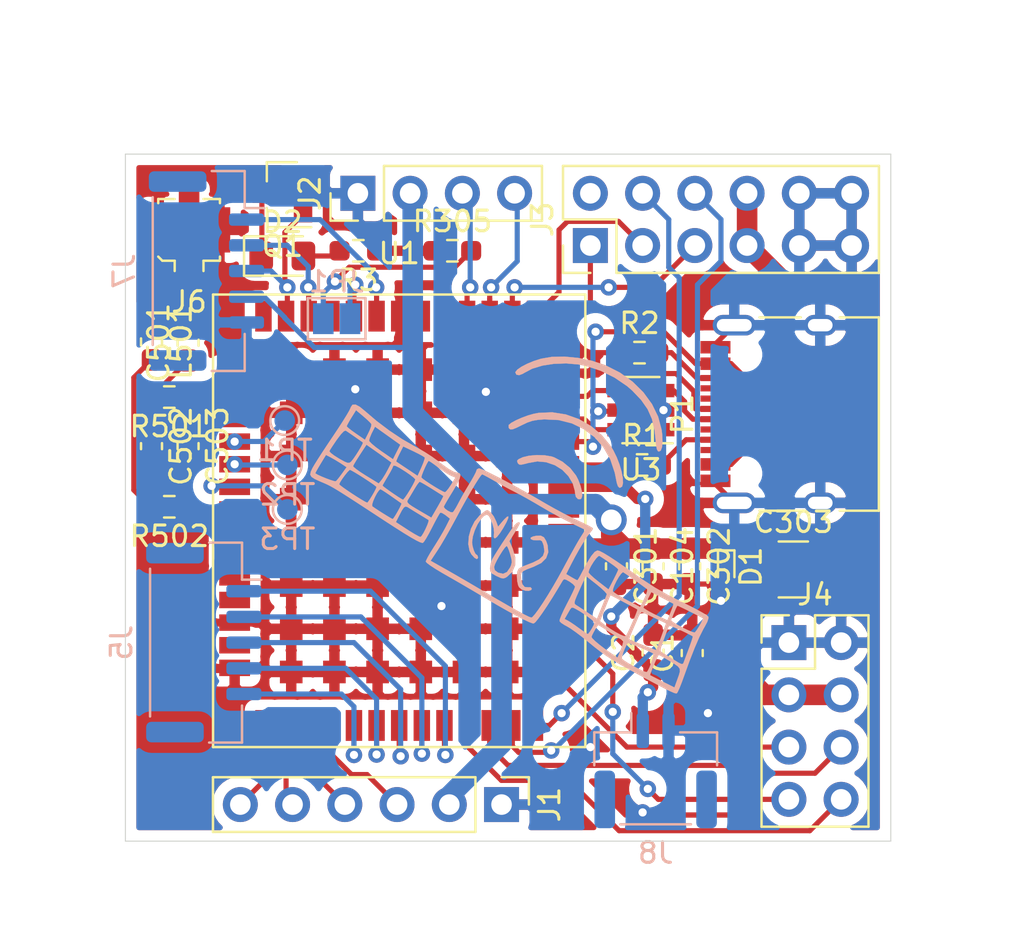
<source format=kicad_pcb>
(kicad_pcb (version 20211014) (generator pcbnew)
  (layers (0 "F.Cu" signal) (31 "B.Cu" signal) (34 "B.Paste" user) (35 "F.Paste" user) (36 "B.SilkS" user "B.Silkscreen") (37 "F.SilkS" user "F.Silkscreen") (38 "B.Mask" user) (39 "F.Mask" user) (44 "Edge.Cuts" user))
  (net 0 "")
  (net 1 "GND")
  (net 2 "VCC")
  (net 3 "Net-(C501-Pad2)")
  (net 4 "Net-(C501-Pad1)")
  (net 5 "/RF_in")
  (net 6 "Net-(D2-Pad2)")
  (net 7 "Net-(D2-Pad1)")
  (net 8 "/SPI_CLK")
  (net 9 "/SPI_MOSI")
  (net 10 "/SPI_MISO")
  (net 11 "/SPI_CS")
  (net 12 "/I2C_SDA")
  (net 13 "/I2C_SCL")
  (net 14 "/UART2_TX")
  (net 15 "/UART2_RX")
  (net 16 "/UART1_RX")
  (net 17 "/UART1_TX")
  (net 18 "/UART1_Ready")
  (net 19 "/CAN2_RX")
  (net 20 "/CAN2_TX")
  (net 21 "/CAN1_TX")
  (net 22 "/CAN1_RX")
  (net 23 "/RTK_ind")
  (net 24 "/Wheel_Tick")
  (net 25 "/FWD")
  (net 26 "/WI")
  (net 27 "Net-(JP1-Pad1)")
  (net 28 "Net-(JP1-Pad2)")
  (net 29 "Net-(L501-Pad2)")
  (net 30 "/USB_VBUS")
  (net 31 "Net-(P1-PadA5)")
  (net 32 "/USB_DM")
  (net 33 "Net-(P1-PadB5)")
  (net 34 "/VCC_RF")
  (net 35 "Net-(TP1-Pad1)")
  (net 36 "Net-(TP2-Pad1)")
  (net 37 "Net-(TP3-Pad1)")
  (net 38 "Net-(U1-Pad10)")
  (net 39 "/PPS")
  (net 40 "/Wake_up")
  (net 41 "/Reset_N")
  (net 42 "/USB_DP")
  (net 43 "/V_Backup")
  (net 44 "/GeoFence")
  (net 45 "Net-(J3-Pad2)")
  (footprint "Capacitor_SMD:C_0603_1608Metric_Pad1.08x0.95mm_HandSolder" (layer "F.Cu") (at 133.35 109.8285 -90)
    (fp_text reference "C104")
    (fp_text value "100nF")
  )
  (footprint "Capacitor_SMD:C_0603_1608Metric_Pad1.08x0.95mm_HandSolder" (layer "F.Cu") (at 131.572 109.8285 -90)
    (fp_text reference "C301")
    (fp_text value "1nF")
  )
  (footprint "Capacitor_SMD:C_0603_1608Metric_Pad1.08x0.95mm_HandSolder" (layer "F.Cu") (at 135.128 109.8285 -90)
    (fp_text reference "C302")
    (fp_text value "100nF")
  )
  (footprint "Capacitor_SMD:C_1210_3225Metric_Pad1.33x2.70mm_HandSolder" (layer "F.Cu") (at 140.1695 109.982)
    (fp_text reference "C303")
    (fp_text value "100uF")
  )
  (footprint "Capacitor_SMD:C_0603_1608Metric_Pad1.08x0.95mm_HandSolder" (layer "F.Cu") (at 108.966 103.9865 -90)
    (fp_text reference "C502")
    (fp_text value "DNP")
  )
  (footprint "Capacitor_SMD:C_0603_1608Metric_Pad1.08x0.95mm_HandSolder" (layer "F.Cu") (at 110.744 103.9865 -90)
    (fp_text reference "C503")
    (fp_text value "DNP")
  )
  (footprint "Connector_PinHeader_2.54mm:PinHeader_1x06_P2.54mm_Vertical" (layer "F.Cu") (at 125.984 121.412 -90)
    (fp_text reference "J1")
    (fp_text value "Conn_01x06")
  )
  (footprint "Connector_PinHeader_2.54mm:PinHeader_1x04_P2.54mm_Vertical" (layer "F.Cu") (at 118.999 91.694 90)
    (fp_text reference "J2")
    (fp_text value "Conn_01x04")
  )
  (footprint "Connector_Coaxial:U.FL_Molex_MCRF_73412-0110_Vertical" (layer "F.Cu") (at 110.793 93.472)
    (fp_text reference "J6")
    (fp_text value "Conn_Coaxial")
  )
  (footprint "Inductor_SMD:L_0603_1608Metric_Pad1.05x0.95mm_HandSolder" (layer "F.Cu") (at 108.966 98.919 -90)
    (fp_text reference "L501")
    (fp_text value "68nH")
  )
  (footprint "Connector_USB:USB_C_Receptacle_HRO_TYPE-C-31-M-12" (layer "F.Cu") (at 140.428 102.4255 90)
    (fp_text reference "P1")
    (fp_text value "USB_C_Plug_USB2.0")
  )
  (footprint "Resistor_SMD:R_0603_1608Metric_Pad0.98x0.95mm_HandSolder" (layer "F.Cu") (at 132.6915 99.441)
    (fp_text reference "R2")
    (fp_text value "5.1k")
  )
  (footprint "Resistor_SMD:R_0603_1608Metric_Pad0.98x0.95mm_HandSolder" (layer "F.Cu") (at 123.5945 94.488)
    (fp_text reference "R305")
    (fp_text value "1k")
  )
  (footprint "Resistor_SMD:R_0603_1608Metric_Pad0.98x0.95mm_HandSolder" (layer "F.Cu") (at 109.8315 101.6 180)
    (fp_text reference "R501")
    (fp_text value "0R")
  )
  (footprint "Resistor_SMD:R_0603_1608Metric_Pad0.98x0.95mm_HandSolder" (layer "F.Cu") (at 109.8315 106.934 180)
    (fp_text reference "R502")
    (fp_text value "10R")
  )
  (footprint "quectel:LG69T" (layer "F.Cu") (at 121.008 107.616)
    (fp_text reference "U1")
    (fp_text value "LG69T")
  )
  (footprint "Package_TO_SOT_SMD:SOT-23-6" (layer "F.Cu") (at 132.758 102.235 180)
    (fp_text reference "U3")
    (fp_text value "USBLC6-2SC6")
  )
  (footprint "Resistor_SMD:R_0603_1608Metric_Pad0.98x0.95mm_HandSolder" (layer "F.Cu") (at 132.8185 104.902)
    (fp_text reference "R1")
    (fp_text value "5.1k")
  )
  (footprint "Capacitor_SMD:C_0603_1608Metric_Pad1.08x0.95mm_HandSolder" (layer "F.Cu") (at 110.744 98.9595 90)
    (fp_text reference "C501")
    (fp_text value "100pF")
  )
  (footprint "Resistor_SMD:R_0603_1608Metric_Pad0.98x0.95mm_HandSolder" (layer "F.Cu") (at 119.0225 94.488 180)
    (fp_text reference "R3")
    (fp_text value "1k")
  )
  (footprint "LED_SMD:LED_0805_2012Metric_Pad1.15x1.40mm_HandSolder" (layer "F.Cu") (at 115.325 94.742)
    (fp_text reference "D2")
    (fp_text value "LED")
  )
  (footprint "Connector_PinHeader_2.54mm:PinHeader_2x06_P2.54mm_Vertical" (layer "F.Cu") (at 130.302 94.234 90)
    (fp_text reference "J3")
    (fp_text value "Conn_02x06_Odd_Even")
  )
  (footprint "Connector_PinHeader_2.54mm:PinHeader_2x04_P2.54mm_Vertical" (layer "F.Cu") (at 139.954 113.538)
    (fp_text reference "J4")
    (fp_text value "Conn_02x04_Odd_Even")
  )
  (footprint "Package_TO_SOT_SMD:SOT-23" (layer "F.Cu") (at 115.332 91.76 180)
    (fp_text reference "Q1")
    (fp_text value "DTC143Z")
  )
  (footprint "Diode_SMD:D_SOD-923" (layer "F.Cu") (at 136.906 109.855 -90)
    (fp_text reference "D1")
    (fp_text value "DIAC")
  )
  (footprint "Capacitor_SMD:C_0603_1608Metric_Pad1.08x0.95mm_HandSolder" (layer "F.Cu") (at 135.255 114.046 90)
    (fp_text reference "C1")
    (fp_text value "4.7uF")
  )
  (footprint "Capacitor_SMD:C_0603_1608Metric_Pad1.08x0.95mm_HandSolder" (layer "F.Cu") (at 133.35 114.0195 90)
    (fp_text reference "C2")
    (fp_text value "100nF")
  )
  (footprint "Jumper:SolderJumper-2_P1.3mm_Open_Pad1.0x1.5mm" (layer "B.Cu") (at 117.968 97.79 180)
    (fp_text reference "JP1")
    (fp_text value "Jumper")
  )
  (footprint "TestPoint:TestPoint_Pad_D1.0mm" (layer "B.Cu") (at 115.443 102.743)
    (fp_text reference "TP1")
    (fp_text value "TestPoint")
  )
  (footprint "TestPoint:TestPoint_Pad_D1.0mm" (layer "B.Cu") (at 115.57 104.902)
    (fp_text reference "TP2")
    (fp_text value "TestPoint")
  )
  (footprint "TestPoint:TestPoint_Pad_D1.0mm" (layer "B.Cu") (at 115.57 107.061)
    (fp_text reference "TP3")
    (fp_text value "TestPoint")
  )
  (footprint "Connector_JST:JST_GH_BM05B-GHS-TBT_1x05-1MP_P1.25mm_Vertical" (layer "B.Cu") (at 111.506 113.538 -90)
    (fp_text reference "J5")
    (fp_text value "Conn_01x05_Male")
  )
  (footprint "Connector_JST:JST_GH_BM05B-GHS-TBT_1x05-1MP_P1.25mm_Vertical" (layer "B.Cu") (at 111.636 95.472 -90)
    (fp_text reference "J7")
    (fp_text value "Conn_01x05_Male")
  )
  (footprint "quectel:logo" (layer "B.Cu") (at 126.365 107.823)
    (fp_text reference "G***" hide)
    (fp_text value "LOGO" hide)
  )
  (footprint "Connector_JST:JST_GH_BM02B-GHS-TBT_1x02-1MP_P1.25mm_Vertical" (layer "B.Cu") (at 133.477 119.761)
    (fp_text reference "J8")
    (fp_text value "Conn_01x02")
  )
  (gr_line (start 107.696 123.19) (end 107.696 89.789) (layer "Edge.Cuts") (width 0.05))
  (gr_line (start 144.907 123.19) (end 107.696 123.19) (layer "Edge.Cuts") (width 0.05))
  (gr_line (start 144.907 89.789) (end 144.907 123.19) (layer "Edge.Cuts") (width 0.05))
  (gr_line (start 107.696 89.789) (end 144.907 89.789) (layer "Edge.Cuts") (width 0.05))
  (segment (start 119.005 101.219) (end 119.958 100.266) (width 0.25) (layer "F.Cu") (net 1))
  (segment (start 111.717 103.321998) (end 112.372998 102.666) (width 0.25) (layer "F.Cu") (net 1))
  (segment (start 131.906 104.902) (end 129.044 104.902) (width 0.25) (layer "F.Cu") (net 1))
  (segment (start 110.744 104.849) (end 111.219 104.849) (width 0.25) (layer "F.Cu") (net 1))
  (segment (start 136.383 99.0205) (end 137.298 98.1055) (width 0.25) (layer "F.Cu") (net 1))
  (segment (start 135.128 110.691) (end 136.49 110.691) (width 0.25) (layer "F.Cu") (net 1))
  (segment (start 115.758 108.666) (end 115.758 106.566) (width 0.25) (layer "F.Cu") (net 1))
  (segment (start 123.164 111.76) (end 124.158 110.766) (width 0.25) (layer "F.Cu") (net 1))
  (segment (start 123.063 111.76) (end 123.164 111.76) (width 0.25) (layer "F.Cu") (net 1))
  (segment (start 136.383 105.6755) (end 136.383 105.8305) (width 0.25) (layer "F.Cu") (net 1))
  (segment (start 136.49 110.691) (end 136.906 110.275) (width 0.25) (layer "F.Cu") (net 1))
  (segment (start 108.966 104.849) (end 110.744 104.849) (width 0.25) (layer "F.Cu") (net 1))
  (segment (start 125.222 101.302) (end 126.258 100.266) (width 0.25) (layer "F.Cu") (net 1))
  (segment (start 111.219 104.849) (end 111.717 104.351) (width 0.25) (layer "F.Cu") (net 1))
  (segment (start 129.044 104.902) (end 129.008 104.866) (width 0.25) (layer "F.Cu") (net 1))
  (segment (start 125.222 101.346) (end 125.222 101.302) (width 0.25) (layer "F.Cu") (net 1))
  (segment (start 130.033 99.441) (end 129.008 100.466) (width 0.25) (layer "F.Cu") (net 1))
  (segment (start 111.717 104.351) (end 111.717 103.321998) (width 0.25) (layer "F.Cu") (net 1))
  (segment (start 136.383 105.8305) (end 137.298 106.7455) (width 0.25) (layer "F.Cu") (net 1))
  (segment (start 112.372998 102.666) (end 113.008 102.666) (width 0.25) (layer "F.Cu") (net 1))
  (segment (start 136.383 99.1755) (end 136.383 99.0205) (width 0.25) (layer "F.Cu") (net 1))
  (segment (start 118.872 101.219) (end 119.005 101.219) (width 0.25) (layer "F.Cu") (net 1))
  (segment (start 131.779 99.441) (end 130.033 99.441) (width 0.25) (layer "F.Cu") (net 1))
  (via (at 130.302 118.618) (size 0.8) (drill 0.4) (layers "F.Cu" "B.Cu") (net 1))
  (via (at 136.652 111.506) (size 0.8) (drill 0.4) (layers "F.Cu" "B.Cu") (net 1))
  (via (at 136.017 116.967) (size 0.8) (drill 0.4) (layers "F.Cu" "B.Cu") (net 1))
  (via (at 118.872 101.219) (size 0.8) (drill 0.4) (layers "F.Cu" "B.Cu") (net 1))
  (via (at 125.222 101.346) (size 0.8) (drill 0.4) (layers "F.Cu" "B.Cu") (net 1))
  (via (at 123.063 111.76) (size 0.8) (drill 0.4) (layers "F.Cu" "B.Cu") (net 1))
  (via (at 133.858 102.235) (size 0.8) (drill 0.4) (layers "F.Cu" "B.Cu") (net 1))
  (via (at 132.842 121.793) (size 0.8) (drill 0.4) (layers "F.Cu" "B.Cu") (net 1))
  (segment (start 129.008 108.166) (end 129.008 108.688) (width 0.5) (layer "F.Cu") (net 2))
  (segment (start 131.318 108.331) (end 131.318 107.56898) (width 1) (layer "F.Cu") (net 2))
  (segment (start 131.953 108.966) (end 131.572 108.966) (width 1) (layer "F.Cu") (net 2))
  (segment (start 121.666 94.488) (end 119.935 94.488) (width 0.5) (layer "F.Cu") (net 2))
  (segment (start 129.008 108.688) (end 129.286 108.966) (width 0.5) (layer "F.Cu") (net 2))
  (segment (start 133.35 108.966) (end 131.953 108.966) (width 1) (layer "F.Cu") (net 2))
  (segment (start 137.414 114.740081) (end 137.414 112.649) (width 1) (layer "F.Cu") (net 2))
  (segment (start 139.573 109.016) (end 138.607 109.982) (width 1) (layer "F.Cu") (net 2))
  (segment (start 122.682 94.488) (end 121.666 94.488) (width 0.5) (layer "F.Cu") (net 2))
  (segment (start 139.573 95.885) (end 139.573 109.016) (width 1) (layer "F.Cu") (net 2))
  (segment (start 137.591 108.966) (end 138.607 109.982) (width 1) (layer "F.Cu") (net 2))
  (segment (start 142.494 116.078) (end 139.954 116.078) (width 1) (layer "F.Cu") (net 2))
  (segment (start 139.954 116.078) (end 138.751919 116.078) (width 1) (layer "F.Cu") (net 2))
  (segment (start 135.128 108.966) (end 137.591 108.966) (width 1) (layer "F.Cu") (net 2))
  (segment (start 138.751919 116.078) (end 137.414 114.740081) (width 1) (layer "F.Cu") (net 2))
  (segment (start 131.953 108.966) (end 131.318 108.331) (width 1) (layer "F.Cu") (net 2))
  (segment (start 131.572 108.966) (end 129.286 108.966) (width 1) (layer "F.Cu") (net 2))
  (segment (start 137.922 94.234) (end 139.573 95.885) (width 1) (layer "F.Cu") (net 2))
  (segment (start 137.414 112.649) (end 138.607 111.456) (width 1) (layer "F.Cu") (net 2))
  (segment (start 137.922 91.694) (end 137.922 94.234) (width 1) (layer "F.Cu") (net 2))
  (segment (start 138.607 111.456) (end 138.607 109.982) (width 1) (layer "F.Cu") (net 2))
  (segment (start 121.666 91.694) (end 121.666 94.488) (width 0.5) (layer "F.Cu") (net 2))
  (segment (start 135.128 108.966) (end 133.35 108.966) (width 1) (layer "F.Cu") (net 2))
  (via (at 131.318 107.56898) (size 1.5) (drill 1) (layers "F.Cu" "B.Cu") (net 2))
  (segment (start 123.444 121.412) (end 123.444 120.991998) (width 1) (layer "B.Cu") (net 2))
  (segment (start 115.443 97.729) (end 115.443 97.750002) (width 0.25) (layer "B.Cu") (net 2))
  (segment (start 113.586 96.722) (end 114.436 96.722) (width 0.25) (layer "B.Cu") (net 2))
  (segment (start 114.436 96.722) (end 115.443 97.729) (width 0.25) (layer "B.Cu") (net 2))
  (segment (start 125.984 106.68) (end 125.984 106.807) (width 1) (layer "B.Cu") (net 2))
  (segment (start 116.879998 99.187) (end 121.666 99.187) (width 0.25) (layer "B.Cu") (net 2))
  (segment (start 125.984 106.807) (end 130.55602 106.807) (width 1) (layer "B.Cu") (net 2))
  (segment (start 130.55602 106.807) (end 131.318 107.56898) (width 1) (layer "B.Cu") (net 2))
  (segment (start 123.444 120.991998) (end 125.984 118.451998) (width 1) (layer "B.Cu") (net 2))
  (segment (start 115.443 97.750002) (end 116.879998 99.187) (width 0.25) (layer "B.Cu") (net 2))
  (segment (start 121.666 91.694) (end 121.666 99.187) (width 1) (layer "B.Cu") (net 2))
  (segment (start 121.666 102.362) (end 125.984 106.68) (width 1) (layer "B.Cu") (net 2))
  (segment (start 125.984 118.451998) (end 125.984 106.807) (width 1) (layer "B.Cu") (net 2))
  (segment (start 121.666 99.187) (end 121.666 102.362) (width 1) (layer "B.Cu") (net 2))
  (segment (start 109.019 98.097) (end 108.966 98.044) (width 0.25) (layer "F.Cu") (net 3))
  (segment (start 110.744 98.097) (end 110.744 95.021) (width 0.25) (layer "F.Cu") (net 3))
  (segment (start 110.744 95.021) (end 110.793 94.972) (width 0.25) (layer "F.Cu") (net 3))
  (segment (start 110.744 98.097) (end 109.019 98.097) (width 0.25) (layer "F.Cu") (net 3))
  (segment (start 108.966 101.647) (end 108.919 101.6) (width 0.25) (layer "F.Cu") (net 4))
  (segment (start 108.966 101.6) (end 110.744 99.822) (width 0.25) (layer "F.Cu") (net 4))
  (segment (start 108.966 103.124) (end 108.966 101.647) (width 0.25) (layer "F.Cu") (net 4))
  (segment (start 108.919 101.6) (end 108.966 101.6) (width 0.25) (layer "F.Cu") (net 4))
  (segment (start 110.744 103.124) (end 110.744 101.6) (width 0.25) (layer "F.Cu") (net 5))
  (segment (start 110.778 101.566) (end 110.744 101.6) (width 0.25) (layer "F.Cu") (net 5))
  (segment (start 113.008 101.566) (end 110.778 101.566) (width 0.25) (layer "F.Cu") (net 5))
  (segment (start 116.35 94.742) (end 117.856 94.742) (width 0.25) (layer "F.Cu") (net 6))
  (segment (start 117.856 94.742) (end 118.11 94.488) (width 0.25) (layer "F.Cu") (net 6))
  (segment (start 114.332 94.71) (end 114.3 94.742) (width 0.25) (layer "F.Cu") (net 7))
  (segment (start 114.332 91.76) (end 114.332 94.71) (width 0.25) (layer "F.Cu") (net 7))
  (segment (start 114.408 120.288) (end 113.284 121.412) (width 0.25) (layer "F.Cu") (net 8))
  (segment (start 114.408 117.566) (end 114.408 120.288) (width 0.25) (layer "F.Cu") (net 8))
  (segment (start 115.508 121.096) (end 115.824 121.412) (width 0.25) (layer "F.Cu") (net 9))
  (segment (start 115.508 117.566) (end 115.508 121.096) (width 0.25) (layer "F.Cu") (net 9))
  (segment (start 116.608 117.566) (end 116.608 119.656) (width 0.25) (layer "F.Cu") (net 10))
  (segment (start 116.608 119.656) (end 118.364 121.412) (width 0.25) (layer "F.Cu") (net 10))
  (segment (start 118.687998 119.9515) (end 119.4435 119.9515) (width 0.25) (layer "F.Cu") (net 11))
  (segment (start 119.4435 119.9515) (end 120.904 121.412) (width 0.25) (layer "F.Cu") (net 11))
  (segment (start 117.708 118.971502) (end 118.687998 119.9515) (width 0.25) (layer "F.Cu") (net 11))
  (segment (start 117.708 117.566) (end 117.708 118.971502) (width 0.25) (layer "F.Cu") (net 11))
  (segment (start 125.408 97.666) (end 125.408 96.842) (width 0.25) (layer "F.Cu") (net 12))
  (segment (start 125.408 96.334) (end 125.476 96.266) (width 0.25) (layer "F.Cu") (net 12))
  (segment (start 125.408 96.842) (end 125.408 96.334) (width 0.25) (layer "F.Cu") (net 12))
  (via (at 125.476 96.266) (size 0.8) (drill 0.4) (layers "F.Cu" "B.Cu") (net 12))
  (segment (start 125.476 96.266) (end 126.746 94.996) (width 0.25) (layer "B.Cu") (net 12))
  (segment (start 126.746 94.996) (end 126.746 91.694) (width 0.25) (layer "B.Cu") (net 12))
  (segment (start 124.308 96.418) (end 124.46 96.266) (width 0.25) (layer "F.Cu") (net 13))
  (segment (start 124.308 97.666) (end 124.308 96.418) (width 0.25) (layer "F.Cu") (net 13))
  (via (at 124.46 96.266) (size 0.8) (drill 0.4) (layers "F.Cu" "B.Cu") (net 13))
  (segment (start 124.46 96.266) (end 124.46 91.948) (width 0.25) (layer "B.Cu") (net 13))
  (segment (start 124.46 91.948) (end 124.206 91.694) (width 0.25) (layer "B.Cu") (net 13))
  (segment (start 127.608 117.566) (end 128.306 117.566) (width 0.25) (layer "F.Cu") (net 14))
  (segment (start 128.306 117.566) (end 128.905 116.967) (width 0.25) (layer "F.Cu") (net 14))
  (via (at 128.905 116.967) (size 0.8) (drill 0.4) (layers "F.Cu" "B.Cu") (net 14))
  (segment (start 134.112 95.294001) (end 134.62 95.802001) (width 0.25) (layer "B.Cu") (net 14))
  (segment (start 132.842 91.694) (end 134.112 92.964) (width 0.25) (layer "B.Cu") (net 14))
  (segment (start 134.112 92.964) (end 134.112 95.294001) (width 0.25) (layer "B.Cu") (net 14))
  (segment (start 134.62 111.252) (end 128.905 116.967) (width 0.25) (layer "B.Cu") (net 14))
  (segment (start 134.62 95.802001) (end 134.62 111.252) (width 0.25) (layer "B.Cu") (net 14))
  (segment (start 126.814 118.872) (end 128.27 118.872) (width 0.25) (layer "F.Cu") (net 15))
  (segment (start 126.508 117.566) (end 126.508 118.566) (width 0.25) (layer "F.Cu") (net 15))
  (segment (start 126.508 118.566) (end 126.814 118.872) (width 0.25) (layer "F.Cu") (net 15))
  (via (at 128.397 118.782) (size 0.8) (drill 0.4) (layers "F.Cu" "B.Cu") (net 15))
  (segment (start 136.652 94.996) (end 136.652 92.964) (width 0.25) (layer "B.Cu") (net 15))
  (segment (start 136.652 92.964) (end 135.382 91.694) (width 0.25) (layer "B.Cu") (net 15))
  (segment (start 128.487 118.782) (end 135.509 111.76) (width 0.25) (layer "B.Cu") (net 15))
  (segment (start 135.509 96.139) (end 136.652 94.996) (width 0.25) (layer "B.Cu") (net 15))
  (segment (start 135.509 111.76) (end 135.509 96.139) (width 0.25) (layer "B.Cu") (net 15))
  (segment (start 128.397 118.782) (end 128.487 118.782) (width 0.25) (layer "B.Cu") (net 15))
  (segment (start 126.508 96.377) (end 126.619 96.266) (width 0.25) (layer "F.Cu") (net 16))
  (segment (start 126.508 97.666) (end 126.508 96.377) (width 0.25) (layer "F.Cu") (net 16))
  (segment (start 133.35 96.266) (end 135.382 94.234) (width 0.25) (layer "F.Cu") (net 16))
  (segment (start 131.191 96.266) (end 133.35 96.266) (width 0.25) (layer "F.Cu") (net 16))
  (segment (start 131.191 96.266) (end 131.064 96.266) (width 0.25) (layer "F.Cu") (net 16))
  (via (at 126.619 96.266) (size 0.8) (drill 0.4) (layers "F.Cu" "B.Cu") (net 16))
  (via (at 131.191 96.266) (size 0.8) (drill 0.4) (layers "F.Cu" "B.Cu") (net 16))
  (segment (start 126.619 96.266) (end 131.191 96.266) (width 0.25) (layer "B.Cu") (net 16))
  (segment (start 128.778 96.496) (end 128.778 93.472998) (width 0.25) (layer "F.Cu") (net 17))
  (segment (start 127.608 97.666) (end 128.778 96.496) (width 0.25) (layer "F.Cu") (net 17))
  (segment (start 131.666999 93.058999) (end 132.842 94.234) (width 0.25) (layer "F.Cu") (net 17))
  (segment (start 129.191999 93.058999) (end 131.666999 93.058999) (width 0.25) (layer "F.Cu") (net 17))
  (segment (start 128.778 93.472998) (end 129.191999 93.058999) (width 0.25) (layer "F.Cu") (net 17))
  (segment (start 123.208 97.666) (end 123.208 98.666) (width 0.25) (layer "F.Cu") (net 18))
  (segment (start 130.302 97.028) (end 130.302 94.234) (width 0.25) (layer "F.Cu") (net 18))
  (segment (start 128.27 99.06) (end 130.302 97.028) (width 0.25) (layer "F.Cu") (net 18))
  (segment (start 123.602 99.06) (end 128.27 99.06) (width 0.25) (layer "F.Cu") (net 18))
  (segment (start 123.208 98.666) (end 123.602 99.06) (width 0.25) (layer "F.Cu") (net 18))
  (segment (start 129.008 113.666) (end 130.008 113.666) (width 0.25) (layer "F.Cu") (net 19))
  (segment (start 130.008 113.666) (end 131.39082 115.04882) (width 0.25) (layer "F.Cu") (net 19))
  (segment (start 139.954 121.158) (end 133.604 121.158) (width 0.25) (layer "F.Cu") (net 19))
  (segment (start 133.604 121.158) (end 133.096 120.65) (width 0.25) (layer "F.Cu") (net 19))
  (segment (start 131.39082 115.04882) (end 131.39082 116.9035) (width 0.25) (layer "F.Cu") (net 19))
  (via (at 131.39082 116.9035) (size 0.8) (drill 0.4) (layers "F.Cu" "B.Cu") (net 19))
  (via (at 133.096 120.65) (size 0.8) (drill 0.4) (layers "F.Cu" "B.Cu") (net 19))
  (segment (start 131.39082 118.94482) (end 133.096 120.65) (width 0.25) (layer "B.Cu") (net 19))
  (segment (start 131.39082 116.9035) (end 131.39082 118.94482) (width 0.25) (layer "B.Cu") (net 19))
  (segment (start 139.954 118.618) (end 132.08 118.618) (width 0.25) (layer "F.Cu") (net 20))
  (segment (start 129.008 115.546) (end 129.008 114.766) (width 0.25) (layer "F.Cu") (net 20))
  (segment (start 132.08 118.618) (end 129.008 115.546) (width 0.25) (layer "F.Cu") (net 20))
  (segment (start 125.408 118.6135) (end 126.3015 119.507) (width 0.25) (layer "F.Cu") (net 21))
  (segment (start 137.3505 119.507) (end 137.7315 119.888) (width 0.25) (layer "F.Cu") (net 21))
  (segment (start 137.7315 119.888) (end 141.224 119.888) (width 0.25) (layer "F.Cu") (net 21))
  (segment (start 141.224 119.888) (end 142.494 118.618) (width 0.25) (layer "F.Cu") (net 21))
  (segment (start 126.3015 119.507) (end 137.3505 119.507) (width 0.25) (layer "F.Cu") (net 21))
  (segment (start 125.408 117.566) (end 125.408 118.6135) (width 0.25) (layer "F.Cu") (net 21))
  (segment (start 125.978999 120.236999) (end 129.253999 120.236999) (width 0.25) (layer "F.Cu") (net 22))
  (segment (start 140.97 122.682) (end 142.494 121.158) (width 0.25) (layer "F.Cu") (net 22))
  (segment (start 124.308 118.566) (end 125.978999 120.236999) (width 0.25) (layer "F.Cu") (net 22))
  (segment (start 131.699 122.682) (end 140.97 122.682) (width 0.25) (layer "F.Cu") (net 22))
  (segment (start 124.308 117.566) (end 124.308 118.566) (width 0.25) (layer "F.Cu") (net 22))
  (segment (start 129.253999 120.236999) (end 131.699 122.682) (width 0.25) (layer "F.Cu") (net 22))
  (segment (start 119.908 117.566) (end 119.908 118.979) (width 0.25) (layer "F.Cu") (net 23))
  (segment (start 119.908 118.979) (end 119.907988 118.979012) (width 0.25) (layer "F.Cu") (net 23))
  (via (at 119.907988 118.979012) (size 0.8) (drill 0.4) (layers "F.Cu" "B.Cu") (net 23))
  (segment (start 113.456 114.788) (end 118.4075 114.788) (width 0.25) (layer "B.Cu") (net 23))
  (segment (start 119.907988 116.288488) (end 119.907988 118.979012) (width 0.25) (layer "B.Cu") (net 23))
  (segment (start 118.4075 114.788) (end 119.907988 116.288488) (width 0.25) (layer "B.Cu") (net 23))
  (segment (start 121.008 117.566) (end 121.008 118.991995) (width 0.25) (layer "F.Cu") (net 24))
  (segment (start 121.008 118.991995) (end 121.078511 119.062506) (width 0.25) (layer "F.Cu") (net 24))
  (via (at 121.078511 119.062506) (size 0.8) (drill 0.4) (layers "F.Cu" "B.Cu") (net 24))
  (segment (start 121.078511 115.808011) (end 121.078511 119.062506) (width 0.25) (layer "B.Cu") (net 24))
  (segment (start 113.456 113.538) (end 118.8085 113.538) (width 0.25) (layer "B.Cu") (net 24))
  (segment (start 118.8085 113.538) (end 121.078511 115.808011) (width 0.25) (layer "B.Cu") (net 24))
  (segment (start 122.108 118.933) (end 122.1105 118.9355) (width 0.25) (layer "F.Cu") (net 25))
  (segment (start 122.108 117.566) (end 122.108 118.933) (width 0.25) (layer "F.Cu") (net 25))
  (via (at 122.1105 118.9355) (size 0.8) (drill 0.4) (layers "F.Cu" "B.Cu") (net 25))
  (segment (start 119.146 112.288) (end 113.456 112.288) (width 0.25) (layer "B.Cu") (net 25))
  (segment (start 122.1105 118.9355) (end 122.1105 115.2525) (width 0.25) (layer "B.Cu") (net 25))
  (segment (start 122.1105 115.2525) (end 119.146 112.288) (width 0.25) (layer "B.Cu") (net 25))
  (segment (start 123.208 118.9535) (end 123.2535 118.999) (width 0.25) (layer "F.Cu") (net 26))
  (segment (start 123.208 117.566) (end 123.208 118.9535) (width 0.25) (layer "F.Cu") (net 26))
  (via (at 123.2535 118.999) (size 0.8) (drill 0.4) (layers "F.Cu" "B.Cu") (net 26))
  (segment (start 123.2535 114.681) (end 119.6105 111.038) (width 0.25) (layer "B.Cu") (net 26))
  (segment (start 123.2535 118.999) (end 123.2535 114.681) (width 0.25) (layer "B.Cu") (net 26))
  (segment (start 119.6105 111.038) (end 113.456 111.038) (width 0.25) (layer "B.Cu") (net 26))
  (segment (start 118.808 96.203002) (end 118.872 96.139002) (width 0.25) (layer "F.Cu") (net 27))
  (segment (start 118.808 97.666) (end 118.808 96.203002) (width 0.25) (layer "F.Cu") (net 27))
  (via (at 118.872 96.139002) (size 0.8) (drill 0.4) (layers "F.Cu" "B.Cu") (net 27))
  (segment (start 118.618 96.393002) (end 118.872 96.139002) (width 0.25) (layer "B.Cu") (net 27))
  (segment (start 118.618 97.79) (end 118.618 96.393002) (width 0.25) (layer "B.Cu") (net 27))
  (segment (start 124.507 94.488) (end 123.70699 95.28801) (width 0.25) (layer "F.Cu") (net 28))
  (segment (start 118.579039 95.28801) (end 117.884265 95.982784) (width 0.25) (layer "F.Cu") (net 28))
  (segment (start 123.70699 95.28801) (end 118.579039 95.28801) (width 0.25) (layer "F.Cu") (net 28))
  (via (at 117.884265 95.982784) (size 0.8) (drill 0.4) (layers "F.Cu" "B.Cu") (net 28))
  (segment (start 117.318 97.79) (end 117.318 96.549049) (width 0.25) (layer "B.Cu") (net 28))
  (segment (start 117.318 96.549049) (end 117.884265 95.982784) (width 0.25) (layer "B.Cu") (net 28))
  (segment (start 108.10649 100.65351) (end 108.10649 106.12149) (width 0.25) (layer "F.Cu") (net 29))
  (segment (start 108.10649 106.12149) (end 108.919 106.934) (width 0.25) (layer "F.Cu") (net 29))
  (segment (start 108.966 99.794) (end 108.10649 100.65351) (width 0.25) (layer "F.Cu") (net 29))
  (segment (start 136.383 99.9755) (end 135.42151 99.9755) (width 0.25) (layer "F.Cu") (net 30))
  (segment (start 129.008 103.766) (end 130.182 103.766) (width 0.25) (layer "F.Cu") (net 30))
  (segment (start 137.795 104.223502) (end 137.795 100.627498) (width 0.25) (layer "F.Cu") (net 30))
  (segment (start 130.686726 102.291) (end 131.602 102.291) (width 0.25) (layer "F.Cu") (net 30))
  (segment (start 137.795 100.627498) (end 137.143002 99.9755) (width 0.25) (layer "F.Cu") (net 30))
  (segment (start 137.143002 104.8755) (end 137.795 104.223502) (width 0.25) (layer "F.Cu") (net 30))
  (segment (start 131.602 102.291) (end 131.658 102.235) (width 0.25) (layer "F.Cu") (net 30))
  (segment (start 135.42151 99.9755) (end 133.87101 98.425) (width 0.25) (layer "F.Cu") (net 30))
  (segment (start 136.383 104.8755) (end 137.143002 104.8755) (width 0.25) (layer "F.Cu") (net 30))
  (segment (start 137.143002 99.9755) (end 136.383 99.9755) (width 0.25) (layer "F.Cu") (net 30))
  (segment (start 133.87101 98.425) (end 130.55599 98.425) (width 0.25) (layer "F.Cu") (net 30))
  (segment (start 130.182 103.766) (end 130.429 104.013) (width 0.25) (layer "F.Cu") (net 30))
  (via (at 130.686726 102.291) (size 0.8) (drill 0.4) (layers "F.Cu" "B.Cu") (net 30))
  (via (at 130.429 104.013) (size 0.8) (drill 0.4) (layers "F.Cu" "B.Cu") (net 30))
  (via (at 130.55599 98.425) (size 0.8) (drill 0.4) (layers "F.Cu" "B.Cu") (net 30))
  (segment (start 130.686726 102.291) (end 130.429 102.033274) (width 0.25) (layer "B.Cu") (net 30))
  (segment (start 130.429 98.55199) (end 130.55599 98.425) (width 0.25) (layer "B.Cu") (net 30))
  (segment (start 130.429 102.033274) (end 130.429 98.55199) (width 0.25) (layer "B.Cu") (net 30))
  (segment (start 130.429 102.548726) (end 130.686726 102.291) (width 0.25) (layer "B.Cu") (net 30))
  (segment (start 130.429 104.013) (end 130.429 102.548726) (width 0.25) (layer "B.Cu") (net 30))
  (segment (start 134.9575 103.6755) (end 136.383 103.6755) (width 0.25) (layer "F.Cu") (net 31))
  (segment (start 133.731 104.902) (end 134.9575 103.6755) (width 0.25) (layer "F.Cu") (net 31))
  (segment (start 134.470002 100.457) (end 135.332999 101.319997) (width 0.25) (layer "F.Cu") (net 32))
  (segment (start 130.527 103.185) (end 131.658 103.185) (width 0.25) (layer "F.Cu") (net 32))
  (segment (start 133.297999 100.457) (end 134.470002 100.457) (width 0.25) (layer "F.Cu") (net 32))
  (segment (start 135.332999 102.085501) (end 135.422998 102.1755) (width 0.25) (layer "F.Cu") (net 32))
  (segment (start 135.422998 102.1755) (end 136.383 102.1755) (width 0.25) (layer "F.Cu") (net 32))
  (segment (start 133.367998 103.185) (end 132.842 102.659002) (width 0.25) (layer "F.Cu") (net 32))
  (segment (start 132.842 100.912999) (end 133.297999 100.457) (width 0.25) (layer "F.Cu") (net 32))
  (segment (start 132.842 102.659002) (end 132.842 100.912999) (width 0.25) (layer "F.Cu") (net 32))
  (segment (start 130.008 102.666) (end 130.527 103.185) (width 0.25) (layer "F.Cu") (net 32))
  (segment (start 133.858 103.185) (end 133.367998 103.185) (width 0.25) (layer "F.Cu") (net 32))
  (segment (start 135.332999 101.319997) (end 135.332999 102.085501) (width 0.25) (layer "F.Cu") (net 32))
  (segment (start 129.008 102.666) (end 130.008 102.666) (width 0.25) (layer "F.Cu") (net 32))
  (segment (start 135.4735 100.6755) (end 134.239 99.441) (width 0.25) (layer "F.Cu") (net 33))
  (segment (start 134.239 99.441) (end 133.604 99.441) (width 0.25) (layer "F.Cu") (net 33))
  (segment (start 136.383 100.6755) (end 135.4735 100.6755) (width 0.25) (layer "F.Cu") (net 33))
  (segment (start 111.13 107.066) (end 113.008 107.066) (width 0.25) (layer "F.Cu") (net 34))
  (segment (start 110.744 106.934) (end 110.998 106.934) (width 0.25) (layer "F.Cu") (net 34))
  (segment (start 110.998 106.934) (end 111.13 107.066) (width 0.25) (layer "F.Cu") (net 34))
  (segment (start 113.008 103.766) (end 113.007836 103.766) (width 0.25) (layer "F.Cu") (net 35))
  (via (at 113.007836 103.766) (size 0.8) (drill 0.4) (layers "F.Cu" "B.Cu") (net 35))
  (segment (start 113.007836 103.766) (end 113.014836 103.759) (width 0.25) (layer "B.Cu") (net 35))
  (segment (start 114.427 103.759) (end 115.443 102.743) (width 0.25) (layer "B.Cu") (net 35))
  (segment (start 113.014836 103.759) (end 114.427 103.759) (width 0.25) (layer "B.Cu") (net 35))
  (segment (start 113.008 104.866) (end 113.007974 104.866) (width 0.25) (layer "F.Cu") (net 36))
  (via (at 113.007974 104.866) (size 0.8) (drill 0.4) (layers "F.Cu" "B.Cu") (net 36))
  (segment (start 113.043974 104.902) (end 113.007974 104.866) (width 0.25) (layer "B.Cu") (net 36))
  (segment (start 115.57 104.902) (end 113.043974 104.902) (width 0.25) (layer "B.Cu") (net 36))
  (segment (start 111.93502 105.966) (end 111.88702 105.918) (width 0.25) (layer "F.Cu") (net 37))
  (segment (start 113.008 105.966) (end 111.93502 105.966) (width 0.25) (layer "F.Cu") (net 37))
  (via (at 111.88702 105.918) (size 0.8) (drill 0.4) (layers "F.Cu" "B.Cu") (net 37))
  (segment (start 114.427 105.918) (end 111.88702 105.918) (width 0.25) (layer "B.Cu") (net 37))
  (segment (start 115.57 107.061) (end 114.427 105.918) (width 0.25) (layer "B.Cu") (net 37))
  (segment (start 115.44999 96.14599) (end 115.57 96.266) (width 0.25) (layer "F.Cu") (net 39))
  (segment (start 115.57 96.266) (end 115.57 97.604) (width 0.25) (layer "F.Cu") (net 39))
  (segment (start 115.57 97.604) (end 115.508 97.666) (width 0.25) (layer "F.Cu") (net 39))
  (segment (start 116.332 92.71) (end 115.44999 93.59201) (width 0.25) (layer "F.Cu") (net 39))
  (segment (start 115.44999 93.59201) (end 115.44999 96.14599) (width 0.25) (layer "F.Cu") (net 39))
  (via (at 115.57 96.266) (size 0.8) (drill 0.4) (layers "F.Cu" "B.Cu") (net 39))
  (segment (start 113.586 95.472) (end 114.776 95.472) (width 0.25) (layer "B.Cu") (net 39))
  (segment (start 114.776 95.472) (end 115.57 96.266) (width 0.25) (layer "B.Cu") (net 39))
  (segment (start 116.608 97.666) (end 116.608 96.288) (width 0.25) (layer "F.Cu") (net 40))
  (segment (start 116.608 96.288) (end 116.586 96.266) (width 0.25) (layer "F.Cu") (net 40))
  (via (at 116.586 96.266) (size 0.8) (drill 0.4) (layers "F.Cu" "B.Cu") (net 40))
  (segment (start 116.586 95.25) (end 115.558 94.222) (width 0.25) (layer "B.Cu") (net 40))
  (segment (start 116.586 96.266) (end 116.586 95.25) (width 0.25) (layer "B.Cu") (net 40))
  (segment (start 115.558 94.222) (end 113.586 94.222) (width 0.25) (layer "B.Cu") (net 40))
  (segment (start 119.908 97.666) (end 119.908 96.286) (width 0.25) (layer "F.Cu") (net 41))
  (segment (start 119.908 96.286) (end 119.888 96.266) (width 0.25) (layer "F.Cu") (net 41))
  (via (at 119.888 96.266) (size 0.8) (drill 0.4) (layers "F.Cu" "B.Cu") (net 41))
  (segment (start 119.888 95.700315) (end 117.159685 92.972) (width 0.25) (layer "B.Cu") (net 41))
  (segment (start 117.159685 92.972) (end 113.586 92.972) (width 0.25) (layer "B.Cu") (net 41))
  (segment (start 119.888 96.266) (end 119.888 95.700315) (width 0.25) (layer "B.Cu") (net 41))
  (segment (start 134.88299 102.271902) (end 135.286588 102.6755) (width 0.25) (layer "F.Cu") (net 42))
  (segment (start 130.4265 101.285) (end 130.1455 101.566) (width 0.25) (layer "F.Cu") (net 42))
  (segment (start 133.858 101.285) (end 134.348002 101.285) (width 0.25) (layer "F.Cu") (net 42))
  (segment (start 130.1455 101.566) (end 129.008 101.566) (width 0.25) (layer "F.Cu") (net 42))
  (segment (start 135.286588 102.6755) (end 136.383 102.6755) (width 0.25) (layer "F.Cu") (net 42))
  (segment (start 134.882989 101.819987) (end 134.88299 102.271902) (width 0.25) (layer "F.Cu") (net 42))
  (segment (start 131.658 101.285) (end 130.4265 101.285) (width 0.25) (layer "F.Cu") (net 42))
  (segment (start 134.348002 101.285) (end 134.882989 101.819987) (width 0.25) (layer "F.Cu") (net 42))
  (segment (start 129.008 105.966) (end 132.001 105.966) (width 0.5) (layer "F.Cu") (net 43))
  (segment (start 132.001 105.966) (end 132.588 106.553) (width 0.5) (layer "F.Cu") (net 43))
  (segment (start 133.35 115.697) (end 133.096 115.951) (width 0.5) (layer "F.Cu") (net 43))
  (segment (start 132.588 106.553) (end 132.969 106.553) (width 0.5) (layer "F.Cu") (net 43))
  (segment (start 133.35 114.882) (end 133.35 115.697) (width 0.5) (layer "F.Cu") (net 43))
  (segment (start 131.318 112.268) (end 131.318 112.85) (width 0.5) (layer "F.Cu") (net 43))
  (segment (start 135.2285 114.882) (end 135.255 114.9085) (width 0.5) (layer "F.Cu") (net 43))
  (segment (start 131.318 112.85) (end 133.35 114.882) (width 0.5) (layer "F.Cu") (net 43))
  (segment (start 133.35 114.882) (end 135.2285 114.882) (width 0.5) (layer "F.Cu") (net 43))
  (via (at 133.096 115.951) (size 0.8) (drill 0.4) (layers "F.Cu" "B.Cu") (net 43))
  (via (at 131.318 112.268) (size 0.8) (drill 0.4) (layers "F.Cu" "B.Cu") (net 43))
  (via (at 132.969 106.553) (size 0.8) (drill 0.4) (layers "F.Cu" "B.Cu") (net 43))
  (segment (start 133.096 115.951) (end 132.842 116.205) (width 0.5) (layer "B.Cu") (net 43))
  (segment (start 132.842 116.205) (end 132.852 116.215) (width 0.5) (layer "B.Cu") (net 43))
  (segment (start 132.969 110.617) (end 131.318 112.268) (width 0.5) (layer "B.Cu") (net 43))
  (segment (start 132.852 116.215) (end 132.852 117.811) (width 0.5) (layer "B.Cu") (net 43))
  (segment (start 132.969 106.553) (end 132.969 110.617) (width 0.5) (layer "B.Cu") (net 43))
  (segment (start 118.781 117.566) (end 118.8085 117.5935) (width 0.25) (layer "F.Cu") (net 44))
  (segment (start 118.8085 117.5935) (end 118.8085 118.999) (width 0.25) (layer "F.Cu") (net 44))
  (segment (start 118.808 117.566) (end 118.781 117.566) (width 0.25) (layer "F.Cu") (net 44))
  (via (at 118.8085 118.999) (size 0.8) (drill 0.4) (layers "F.Cu" "B.Cu") (net 44))
  (segment (start 118.197 116.038) (end 113.456 116.038) (width 0.25) (layer "B.Cu") (net 44))
  (segment (start 118.8085 116.6495) (end 118.197 116.038) (width 0.25) (layer "B.Cu") (net 44))
  (segment (start 118.8085 118.999) (end 118.8085 116.6495) (width 0.25) (layer "B.Cu") (net 44))
  (zone (net 1) (net_name "GND") (layer "F.Cu") (connect_pads (clearance 0.508)) (min_thickness 0.254) (fill yes (thermal_gap 0.508) (thermal_bridge_width 0.508))
    (polygon (pts (xy 149.606 125.476) (xy 102.87 125.476) (xy 102.87 84.328) (xy 149.606 84.328)))
  )
  (zone (net 1) (net_name "GND") (layer "B.Cu") (connect_pads (clearance 0.508)) (min_thickness 0.254) (fill yes (thermal_gap 0.508) (thermal_bridge_width 0.508))
    (polygon (pts (xy 151.384 127.508) (xy 101.6 127.508) (xy 101.6 82.296) (xy 151.384 82.296)))
  )
)
</source>
